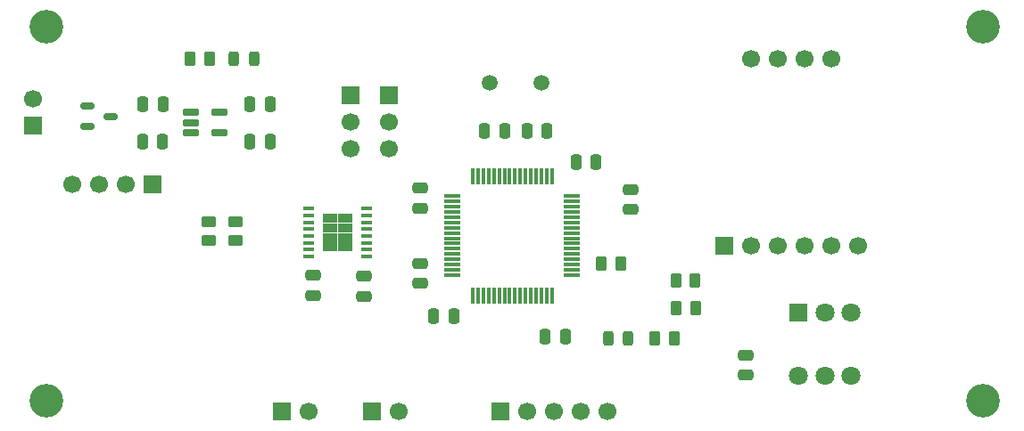
<source format=gbr>
%TF.GenerationSoftware,KiCad,Pcbnew,9.0.2*%
%TF.CreationDate,2025-06-28T14:17:54-05:00*%
%TF.ProjectId,balance_bot,62616c61-6e63-4655-9f62-6f742e6b6963,rev?*%
%TF.SameCoordinates,Original*%
%TF.FileFunction,Soldermask,Top*%
%TF.FilePolarity,Negative*%
%FSLAX46Y46*%
G04 Gerber Fmt 4.6, Leading zero omitted, Abs format (unit mm)*
G04 Created by KiCad (PCBNEW 9.0.2) date 2025-06-28 14:17:54*
%MOMM*%
%LPD*%
G01*
G04 APERTURE LIST*
G04 Aperture macros list*
%AMRoundRect*
0 Rectangle with rounded corners*
0 $1 Rounding radius*
0 $2 $3 $4 $5 $6 $7 $8 $9 X,Y pos of 4 corners*
0 Add a 4 corners polygon primitive as box body*
4,1,4,$2,$3,$4,$5,$6,$7,$8,$9,$2,$3,0*
0 Add four circle primitives for the rounded corners*
1,1,$1+$1,$2,$3*
1,1,$1+$1,$4,$5*
1,1,$1+$1,$6,$7*
1,1,$1+$1,$8,$9*
0 Add four rect primitives between the rounded corners*
20,1,$1+$1,$2,$3,$4,$5,0*
20,1,$1+$1,$4,$5,$6,$7,0*
20,1,$1+$1,$6,$7,$8,$9,0*
20,1,$1+$1,$8,$9,$2,$3,0*%
G04 Aperture macros list end*
%ADD10RoundRect,0.150000X-0.512500X-0.150000X0.512500X-0.150000X0.512500X0.150000X-0.512500X0.150000X0*%
%ADD11C,1.700000*%
%ADD12R,1.700000X1.700000*%
%ADD13C,3.200000*%
%ADD14R,1.050000X0.450000*%
%ADD15R,1.470000X0.895000*%
%ADD16RoundRect,0.250000X0.262500X0.450000X-0.262500X0.450000X-0.262500X-0.450000X0.262500X-0.450000X0*%
%ADD17RoundRect,0.250000X0.475000X-0.250000X0.475000X0.250000X-0.475000X0.250000X-0.475000X-0.250000X0*%
%ADD18RoundRect,0.250000X-0.250000X-0.475000X0.250000X-0.475000X0.250000X0.475000X-0.250000X0.475000X0*%
%ADD19RoundRect,0.250000X0.250000X0.475000X-0.250000X0.475000X-0.250000X-0.475000X0.250000X-0.475000X0*%
%ADD20RoundRect,0.250000X0.450000X-0.262500X0.450000X0.262500X-0.450000X0.262500X-0.450000X-0.262500X0*%
%ADD21RoundRect,0.162500X-0.617500X-0.162500X0.617500X-0.162500X0.617500X0.162500X-0.617500X0.162500X0*%
%ADD22RoundRect,0.250000X-0.262500X-0.450000X0.262500X-0.450000X0.262500X0.450000X-0.262500X0.450000X0*%
%ADD23RoundRect,0.250000X-0.475000X0.250000X-0.475000X-0.250000X0.475000X-0.250000X0.475000X0.250000X0*%
%ADD24RoundRect,0.243750X-0.243750X-0.456250X0.243750X-0.456250X0.243750X0.456250X-0.243750X0.456250X0*%
%ADD25R,1.800000X1.800000*%
%ADD26C,1.800000*%
%ADD27RoundRect,0.075000X-0.075000X0.700000X-0.075000X-0.700000X0.075000X-0.700000X0.075000X0.700000X0*%
%ADD28RoundRect,0.075000X-0.700000X0.075000X-0.700000X-0.075000X0.700000X-0.075000X0.700000X0.075000X0*%
%ADD29C,1.500000*%
%ADD30RoundRect,0.243750X0.243750X0.456250X-0.243750X0.456250X-0.243750X-0.456250X0.243750X-0.456250X0*%
G04 APERTURE END LIST*
D10*
%TO.C,Q1*%
X107862500Y-87550000D03*
X107862500Y-89450000D03*
X110137500Y-88500000D03*
%TD*%
D11*
%TO.C,U2*%
X106460000Y-95000000D03*
X109000000Y-95000000D03*
X111540000Y-95000000D03*
D12*
X114080000Y-95000000D03*
%TD*%
D13*
%TO.C,H4*%
X192900000Y-115560000D03*
%TD*%
D14*
%TO.C,U4*%
X128890000Y-97280000D03*
X128890000Y-97930000D03*
X128890000Y-98580000D03*
X128890000Y-99230000D03*
X128890000Y-99880000D03*
X128890000Y-100530000D03*
X128890000Y-101180000D03*
X128890000Y-101830000D03*
X134440000Y-101830000D03*
X134440000Y-101180000D03*
X134440000Y-100530000D03*
X134440000Y-99880000D03*
X134440000Y-99230000D03*
X134440000Y-98580000D03*
X134440000Y-97930000D03*
X134440000Y-97280000D03*
D15*
X130930000Y-98212500D03*
X130930000Y-99107500D03*
X130930000Y-100002500D03*
X130930000Y-100897500D03*
X132400000Y-98212500D03*
X132400000Y-99107500D03*
X132400000Y-100002500D03*
X132400000Y-100897500D03*
%TD*%
D12*
%TO.C,J5*%
X134894000Y-116561000D03*
D11*
X137434000Y-116561000D03*
%TD*%
D16*
%TO.C,R7*%
X163576000Y-109601000D03*
X161751000Y-109601000D03*
%TD*%
D17*
%TO.C,C1*%
X170408600Y-113116400D03*
X170408600Y-111216400D03*
%TD*%
D18*
%TO.C,C13*%
X123322000Y-87376000D03*
X125222000Y-87376000D03*
%TD*%
D19*
%TO.C,C11*%
X115062000Y-87376000D03*
X113162000Y-87376000D03*
%TD*%
D20*
%TO.C,R5*%
X119380000Y-100330000D03*
X119380000Y-98505000D03*
%TD*%
D21*
%TO.C,U6*%
X117696000Y-88138000D03*
X117696000Y-89088000D03*
X117696000Y-90038000D03*
X120396000Y-90038000D03*
X120396000Y-88138000D03*
%TD*%
D22*
%TO.C,R3*%
X163757600Y-104089200D03*
X165582600Y-104089200D03*
%TD*%
%TO.C,R2*%
X163781100Y-106756200D03*
X165606100Y-106756200D03*
%TD*%
D23*
%TO.C,C4*%
X159500000Y-95440000D03*
X159500000Y-97340000D03*
%TD*%
D24*
%TO.C,D1*%
X121823000Y-83058000D03*
X123698000Y-83058000D03*
%TD*%
D12*
%TO.C,J4*%
X102768400Y-89336800D03*
D11*
X102768400Y-86796800D03*
%TD*%
D19*
%TO.C,C9*%
X147500000Y-89840000D03*
X145600000Y-89840000D03*
%TD*%
%TO.C,C8*%
X151500000Y-89840000D03*
X149600000Y-89840000D03*
%TD*%
%TO.C,C5*%
X153263600Y-109397800D03*
X151363600Y-109397800D03*
%TD*%
D13*
%TO.C,H2*%
X104000000Y-115560000D03*
%TD*%
D20*
%TO.C,R1*%
X121920000Y-100330000D03*
X121920000Y-98505000D03*
%TD*%
D12*
%TO.C,J2*%
X136500000Y-86500000D03*
D11*
X136500000Y-89040000D03*
X136500000Y-91580000D03*
%TD*%
D12*
%TO.C,J6*%
X126394000Y-116561000D03*
D11*
X128934000Y-116561000D03*
%TD*%
D25*
%TO.C,SW1*%
X175390800Y-107188000D03*
D26*
X177890800Y-107188000D03*
X180390800Y-107188000D03*
X175390800Y-113188000D03*
X177890800Y-113188000D03*
X180390800Y-113188000D03*
%TD*%
D23*
%TO.C,C14*%
X129286000Y-103632000D03*
X129286000Y-105532000D03*
%TD*%
D18*
%TO.C,C12*%
X123322000Y-90876000D03*
X125222000Y-90876000D03*
%TD*%
D13*
%TO.C,H3*%
X192900000Y-80000000D03*
%TD*%
D12*
%TO.C,J1*%
X132842000Y-86500000D03*
D11*
X132842000Y-89040000D03*
X132842000Y-91580000D03*
%TD*%
D18*
%TO.C,C2*%
X140790000Y-107500000D03*
X142690000Y-107500000D03*
%TD*%
D12*
%TO.C,U5*%
X168340000Y-100780000D03*
D11*
X170880000Y-100780000D03*
X173420000Y-100780000D03*
X175960000Y-100780000D03*
X178500000Y-100780000D03*
X181040000Y-100780000D03*
X178500000Y-83000000D03*
X175960000Y-83000000D03*
X173420000Y-83000000D03*
X170880000Y-83000000D03*
%TD*%
D18*
%TO.C,C3*%
X154290000Y-92840000D03*
X156190000Y-92840000D03*
%TD*%
D16*
%TO.C,R6*%
X119483500Y-83002000D03*
X117658500Y-83002000D03*
%TD*%
D13*
%TO.C,H1*%
X104000000Y-80000000D03*
%TD*%
D27*
%TO.C,U1*%
X151990000Y-94165000D03*
X151490000Y-94165000D03*
X150990000Y-94165000D03*
X150490000Y-94165000D03*
X149990000Y-94165000D03*
X149490000Y-94165000D03*
X148990000Y-94165000D03*
X148490000Y-94165000D03*
X147990000Y-94165000D03*
X147490000Y-94165000D03*
X146990000Y-94165000D03*
X146490000Y-94165000D03*
X145990000Y-94165000D03*
X145490000Y-94165000D03*
X144990000Y-94165000D03*
X144490000Y-94165000D03*
D28*
X142565000Y-96090000D03*
X142565000Y-96590000D03*
X142565000Y-97090000D03*
X142565000Y-97590000D03*
X142565000Y-98090000D03*
X142565000Y-98590000D03*
X142565000Y-99090000D03*
X142565000Y-99590000D03*
X142565000Y-100090000D03*
X142565000Y-100590000D03*
X142565000Y-101090000D03*
X142565000Y-101590000D03*
X142565000Y-102090000D03*
X142565000Y-102590000D03*
X142565000Y-103090000D03*
X142565000Y-103590000D03*
D27*
X144490000Y-105515000D03*
X144990000Y-105515000D03*
X145490000Y-105515000D03*
X145990000Y-105515000D03*
X146490000Y-105515000D03*
X146990000Y-105515000D03*
X147490000Y-105515000D03*
X147990000Y-105515000D03*
X148490000Y-105515000D03*
X148990000Y-105515000D03*
X149490000Y-105515000D03*
X149990000Y-105515000D03*
X150490000Y-105515000D03*
X150990000Y-105515000D03*
X151490000Y-105515000D03*
X151990000Y-105515000D03*
D28*
X153915000Y-103590000D03*
X153915000Y-103090000D03*
X153915000Y-102590000D03*
X153915000Y-102090000D03*
X153915000Y-101590000D03*
X153915000Y-101090000D03*
X153915000Y-100590000D03*
X153915000Y-100090000D03*
X153915000Y-99590000D03*
X153915000Y-99090000D03*
X153915000Y-98590000D03*
X153915000Y-98090000D03*
X153915000Y-97590000D03*
X153915000Y-97090000D03*
X153915000Y-96590000D03*
X153915000Y-96090000D03*
%TD*%
D29*
%TO.C,Y1*%
X151000000Y-85340000D03*
X146120000Y-85340000D03*
%TD*%
D12*
%TO.C,J3*%
X147066000Y-116586000D03*
D11*
X149606000Y-116586000D03*
X152146000Y-116586000D03*
X154686000Y-116586000D03*
X157226000Y-116586000D03*
%TD*%
D22*
%TO.C,R4*%
X156675000Y-102500000D03*
X158500000Y-102500000D03*
%TD*%
D19*
%TO.C,C10*%
X115012000Y-90876000D03*
X113112000Y-90876000D03*
%TD*%
D17*
%TO.C,C7*%
X139446000Y-97216000D03*
X139446000Y-95316000D03*
%TD*%
%TO.C,C6*%
X139500000Y-104400000D03*
X139500000Y-102500000D03*
%TD*%
%TO.C,C15*%
X134112000Y-105598000D03*
X134112000Y-103698000D03*
%TD*%
D30*
%TO.C,D2*%
X159207200Y-109575600D03*
X157332200Y-109575600D03*
%TD*%
M02*

</source>
